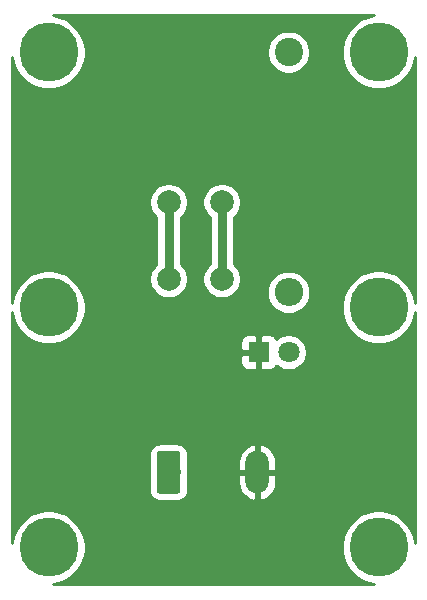
<source format=gbr>
G04 #@! TF.GenerationSoftware,KiCad,Pcbnew,5.1.1-8be2ce7~80~ubuntu18.04.1*
G04 #@! TF.CreationDate,2019-04-20T17:41:40+02:00*
G04 #@! TF.ProjectId,EH19,45483139-2e6b-4696-9361-645f70636258,rev?*
G04 #@! TF.SameCoordinates,Original*
G04 #@! TF.FileFunction,Copper,L1,Top*
G04 #@! TF.FilePolarity,Positive*
%FSLAX46Y46*%
G04 Gerber Fmt 4.6, Leading zero omitted, Abs format (unit mm)*
G04 Created by KiCad (PCBNEW 5.1.1-8be2ce7~80~ubuntu18.04.1) date 2019-04-20 17:41:40*
%MOMM*%
%LPD*%
G04 APERTURE LIST*
%ADD10C,5.000000*%
%ADD11C,2.000000*%
%ADD12O,2.400000X2.400000*%
%ADD13C,2.400000*%
%ADD14O,2.000000X3.600000*%
%ADD15C,0.100000*%
%ADD16C,1.800000*%
%ADD17R,1.800000X1.800000*%
%ADD18C,0.800000*%
%ADD19C,0.254000*%
G04 APERTURE END LIST*
D10*
X135890000Y-90170000D03*
X163830000Y-90170000D03*
X135890000Y-68580000D03*
X163830000Y-68580000D03*
X163830000Y-110490000D03*
X135890000Y-110490000D03*
D11*
X146050000Y-81280000D03*
X150550000Y-81280000D03*
X146050000Y-87780000D03*
X150550000Y-87780000D03*
D12*
X156210000Y-88900000D03*
D13*
X156210000Y-68580000D03*
D14*
X153550000Y-104140000D03*
D15*
G36*
X146824504Y-102341204D02*
G01*
X146848773Y-102344804D01*
X146872571Y-102350765D01*
X146895671Y-102359030D01*
X146917849Y-102369520D01*
X146938893Y-102382133D01*
X146958598Y-102396747D01*
X146976777Y-102413223D01*
X146993253Y-102431402D01*
X147007867Y-102451107D01*
X147020480Y-102472151D01*
X147030970Y-102494329D01*
X147039235Y-102517429D01*
X147045196Y-102541227D01*
X147048796Y-102565496D01*
X147050000Y-102590000D01*
X147050000Y-105690000D01*
X147048796Y-105714504D01*
X147045196Y-105738773D01*
X147039235Y-105762571D01*
X147030970Y-105785671D01*
X147020480Y-105807849D01*
X147007867Y-105828893D01*
X146993253Y-105848598D01*
X146976777Y-105866777D01*
X146958598Y-105883253D01*
X146938893Y-105897867D01*
X146917849Y-105910480D01*
X146895671Y-105920970D01*
X146872571Y-105929235D01*
X146848773Y-105935196D01*
X146824504Y-105938796D01*
X146800000Y-105940000D01*
X145300000Y-105940000D01*
X145275496Y-105938796D01*
X145251227Y-105935196D01*
X145227429Y-105929235D01*
X145204329Y-105920970D01*
X145182151Y-105910480D01*
X145161107Y-105897867D01*
X145141402Y-105883253D01*
X145123223Y-105866777D01*
X145106747Y-105848598D01*
X145092133Y-105828893D01*
X145079520Y-105807849D01*
X145069030Y-105785671D01*
X145060765Y-105762571D01*
X145054804Y-105738773D01*
X145051204Y-105714504D01*
X145050000Y-105690000D01*
X145050000Y-102590000D01*
X145051204Y-102565496D01*
X145054804Y-102541227D01*
X145060765Y-102517429D01*
X145069030Y-102494329D01*
X145079520Y-102472151D01*
X145092133Y-102451107D01*
X145106747Y-102431402D01*
X145123223Y-102413223D01*
X145141402Y-102396747D01*
X145161107Y-102382133D01*
X145182151Y-102369520D01*
X145204329Y-102359030D01*
X145227429Y-102350765D01*
X145251227Y-102344804D01*
X145275496Y-102341204D01*
X145300000Y-102340000D01*
X146800000Y-102340000D01*
X146824504Y-102341204D01*
X146824504Y-102341204D01*
G37*
D11*
X146050000Y-104140000D03*
D16*
X156210000Y-93980000D03*
D17*
X153670000Y-93980000D03*
D18*
X146050000Y-81280000D02*
X146050000Y-87780000D01*
X150550000Y-81280000D02*
X150550000Y-87780000D01*
D19*
G36*
X162915554Y-65565476D02*
G01*
X162345021Y-65801799D01*
X161831554Y-66144886D01*
X161394886Y-66581554D01*
X161051799Y-67095021D01*
X160815476Y-67665554D01*
X160695000Y-68271229D01*
X160695000Y-68888771D01*
X160815476Y-69494446D01*
X161051799Y-70064979D01*
X161394886Y-70578446D01*
X161831554Y-71015114D01*
X162345021Y-71358201D01*
X162915554Y-71594524D01*
X163521229Y-71715000D01*
X164138771Y-71715000D01*
X164744446Y-71594524D01*
X165314979Y-71358201D01*
X165828446Y-71015114D01*
X166265114Y-70578446D01*
X166608201Y-70064979D01*
X166844524Y-69494446D01*
X166955000Y-68939044D01*
X166955001Y-89810956D01*
X166844524Y-89255554D01*
X166608201Y-88685021D01*
X166265114Y-88171554D01*
X165828446Y-87734886D01*
X165314979Y-87391799D01*
X164744446Y-87155476D01*
X164138771Y-87035000D01*
X163521229Y-87035000D01*
X162915554Y-87155476D01*
X162345021Y-87391799D01*
X161831554Y-87734886D01*
X161394886Y-88171554D01*
X161051799Y-88685021D01*
X160815476Y-89255554D01*
X160695000Y-89861229D01*
X160695000Y-90478771D01*
X160815476Y-91084446D01*
X161051799Y-91654979D01*
X161394886Y-92168446D01*
X161831554Y-92605114D01*
X162345021Y-92948201D01*
X162915554Y-93184524D01*
X163521229Y-93305000D01*
X164138771Y-93305000D01*
X164744446Y-93184524D01*
X165314979Y-92948201D01*
X165828446Y-92605114D01*
X166265114Y-92168446D01*
X166608201Y-91654979D01*
X166844524Y-91084446D01*
X166955001Y-90529044D01*
X166955001Y-110130960D01*
X166844524Y-109575554D01*
X166608201Y-109005021D01*
X166265114Y-108491554D01*
X165828446Y-108054886D01*
X165314979Y-107711799D01*
X164744446Y-107475476D01*
X164138771Y-107355000D01*
X163521229Y-107355000D01*
X162915554Y-107475476D01*
X162345021Y-107711799D01*
X161831554Y-108054886D01*
X161394886Y-108491554D01*
X161051799Y-109005021D01*
X160815476Y-109575554D01*
X160695000Y-110181229D01*
X160695000Y-110798771D01*
X160815476Y-111404446D01*
X161051799Y-111974979D01*
X161394886Y-112488446D01*
X161831554Y-112925114D01*
X162345021Y-113268201D01*
X162915554Y-113504524D01*
X163470956Y-113615000D01*
X136249044Y-113615000D01*
X136804446Y-113504524D01*
X137374979Y-113268201D01*
X137888446Y-112925114D01*
X138325114Y-112488446D01*
X138668201Y-111974979D01*
X138904524Y-111404446D01*
X139025000Y-110798771D01*
X139025000Y-110181229D01*
X138904524Y-109575554D01*
X138668201Y-109005021D01*
X138325114Y-108491554D01*
X137888446Y-108054886D01*
X137374979Y-107711799D01*
X136804446Y-107475476D01*
X136198771Y-107355000D01*
X135581229Y-107355000D01*
X134975554Y-107475476D01*
X134405021Y-107711799D01*
X133891554Y-108054886D01*
X133454886Y-108491554D01*
X133111799Y-109005021D01*
X132875476Y-109575554D01*
X132765000Y-110130956D01*
X132765000Y-102590000D01*
X144411928Y-102590000D01*
X144411928Y-105690000D01*
X144428992Y-105863254D01*
X144479528Y-106029850D01*
X144561595Y-106183386D01*
X144672038Y-106317962D01*
X144806614Y-106428405D01*
X144960150Y-106510472D01*
X145126746Y-106561008D01*
X145300000Y-106578072D01*
X146800000Y-106578072D01*
X146973254Y-106561008D01*
X147139850Y-106510472D01*
X147293386Y-106428405D01*
X147427962Y-106317962D01*
X147538405Y-106183386D01*
X147620472Y-106029850D01*
X147671008Y-105863254D01*
X147688072Y-105690000D01*
X147688072Y-104267000D01*
X151915000Y-104267000D01*
X151915000Y-105067000D01*
X151971193Y-105383532D01*
X152088058Y-105683020D01*
X152261105Y-105953954D01*
X152483683Y-106185922D01*
X152747239Y-106370010D01*
X153041645Y-106499144D01*
X153169566Y-106530124D01*
X153423000Y-106410777D01*
X153423000Y-104267000D01*
X153677000Y-104267000D01*
X153677000Y-106410777D01*
X153930434Y-106530124D01*
X154058355Y-106499144D01*
X154352761Y-106370010D01*
X154616317Y-106185922D01*
X154838895Y-105953954D01*
X155011942Y-105683020D01*
X155128807Y-105383532D01*
X155185000Y-105067000D01*
X155185000Y-104267000D01*
X153677000Y-104267000D01*
X153423000Y-104267000D01*
X151915000Y-104267000D01*
X147688072Y-104267000D01*
X147688072Y-103213000D01*
X151915000Y-103213000D01*
X151915000Y-104013000D01*
X153423000Y-104013000D01*
X153423000Y-101869223D01*
X153677000Y-101869223D01*
X153677000Y-104013000D01*
X155185000Y-104013000D01*
X155185000Y-103213000D01*
X155128807Y-102896468D01*
X155011942Y-102596980D01*
X154838895Y-102326046D01*
X154616317Y-102094078D01*
X154352761Y-101909990D01*
X154058355Y-101780856D01*
X153930434Y-101749876D01*
X153677000Y-101869223D01*
X153423000Y-101869223D01*
X153169566Y-101749876D01*
X153041645Y-101780856D01*
X152747239Y-101909990D01*
X152483683Y-102094078D01*
X152261105Y-102326046D01*
X152088058Y-102596980D01*
X151971193Y-102896468D01*
X151915000Y-103213000D01*
X147688072Y-103213000D01*
X147688072Y-102590000D01*
X147671008Y-102416746D01*
X147620472Y-102250150D01*
X147538405Y-102096614D01*
X147427962Y-101962038D01*
X147293386Y-101851595D01*
X147139850Y-101769528D01*
X146973254Y-101718992D01*
X146800000Y-101701928D01*
X145300000Y-101701928D01*
X145126746Y-101718992D01*
X144960150Y-101769528D01*
X144806614Y-101851595D01*
X144672038Y-101962038D01*
X144561595Y-102096614D01*
X144479528Y-102250150D01*
X144428992Y-102416746D01*
X144411928Y-102590000D01*
X132765000Y-102590000D01*
X132765000Y-94880000D01*
X152131928Y-94880000D01*
X152144188Y-95004482D01*
X152180498Y-95124180D01*
X152239463Y-95234494D01*
X152318815Y-95331185D01*
X152415506Y-95410537D01*
X152525820Y-95469502D01*
X152645518Y-95505812D01*
X152770000Y-95518072D01*
X153384250Y-95515000D01*
X153543000Y-95356250D01*
X153543000Y-94107000D01*
X152293750Y-94107000D01*
X152135000Y-94265750D01*
X152131928Y-94880000D01*
X132765000Y-94880000D01*
X132765000Y-90529044D01*
X132875476Y-91084446D01*
X133111799Y-91654979D01*
X133454886Y-92168446D01*
X133891554Y-92605114D01*
X134405021Y-92948201D01*
X134975554Y-93184524D01*
X135581229Y-93305000D01*
X136198771Y-93305000D01*
X136804446Y-93184524D01*
X137056788Y-93080000D01*
X152131928Y-93080000D01*
X152135000Y-93694250D01*
X152293750Y-93853000D01*
X153543000Y-93853000D01*
X153543000Y-92603750D01*
X153797000Y-92603750D01*
X153797000Y-93853000D01*
X153817000Y-93853000D01*
X153817000Y-94107000D01*
X153797000Y-94107000D01*
X153797000Y-95356250D01*
X153955750Y-95515000D01*
X154570000Y-95518072D01*
X154694482Y-95505812D01*
X154814180Y-95469502D01*
X154924494Y-95410537D01*
X155021185Y-95331185D01*
X155100537Y-95234494D01*
X155159502Y-95124180D01*
X155165056Y-95105873D01*
X155231495Y-95172312D01*
X155482905Y-95340299D01*
X155762257Y-95456011D01*
X156058816Y-95515000D01*
X156361184Y-95515000D01*
X156657743Y-95456011D01*
X156937095Y-95340299D01*
X157188505Y-95172312D01*
X157402312Y-94958505D01*
X157570299Y-94707095D01*
X157686011Y-94427743D01*
X157745000Y-94131184D01*
X157745000Y-93828816D01*
X157686011Y-93532257D01*
X157570299Y-93252905D01*
X157402312Y-93001495D01*
X157188505Y-92787688D01*
X156937095Y-92619701D01*
X156657743Y-92503989D01*
X156361184Y-92445000D01*
X156058816Y-92445000D01*
X155762257Y-92503989D01*
X155482905Y-92619701D01*
X155231495Y-92787688D01*
X155165056Y-92854127D01*
X155159502Y-92835820D01*
X155100537Y-92725506D01*
X155021185Y-92628815D01*
X154924494Y-92549463D01*
X154814180Y-92490498D01*
X154694482Y-92454188D01*
X154570000Y-92441928D01*
X153955750Y-92445000D01*
X153797000Y-92603750D01*
X153543000Y-92603750D01*
X153384250Y-92445000D01*
X152770000Y-92441928D01*
X152645518Y-92454188D01*
X152525820Y-92490498D01*
X152415506Y-92549463D01*
X152318815Y-92628815D01*
X152239463Y-92725506D01*
X152180498Y-92835820D01*
X152144188Y-92955518D01*
X152131928Y-93080000D01*
X137056788Y-93080000D01*
X137374979Y-92948201D01*
X137888446Y-92605114D01*
X138325114Y-92168446D01*
X138668201Y-91654979D01*
X138904524Y-91084446D01*
X139025000Y-90478771D01*
X139025000Y-89861229D01*
X138904524Y-89255554D01*
X138668201Y-88685021D01*
X138325114Y-88171554D01*
X137888446Y-87734886D01*
X137374979Y-87391799D01*
X136804446Y-87155476D01*
X136198771Y-87035000D01*
X135581229Y-87035000D01*
X134975554Y-87155476D01*
X134405021Y-87391799D01*
X133891554Y-87734886D01*
X133454886Y-88171554D01*
X133111799Y-88685021D01*
X132875476Y-89255554D01*
X132765000Y-89810956D01*
X132765000Y-81118967D01*
X144415000Y-81118967D01*
X144415000Y-81441033D01*
X144477832Y-81756912D01*
X144601082Y-82054463D01*
X144780013Y-82322252D01*
X145007748Y-82549987D01*
X145015000Y-82554833D01*
X145015001Y-86505167D01*
X145007748Y-86510013D01*
X144780013Y-86737748D01*
X144601082Y-87005537D01*
X144477832Y-87303088D01*
X144415000Y-87618967D01*
X144415000Y-87941033D01*
X144477832Y-88256912D01*
X144601082Y-88554463D01*
X144780013Y-88822252D01*
X145007748Y-89049987D01*
X145275537Y-89228918D01*
X145573088Y-89352168D01*
X145888967Y-89415000D01*
X146211033Y-89415000D01*
X146526912Y-89352168D01*
X146824463Y-89228918D01*
X147092252Y-89049987D01*
X147319987Y-88822252D01*
X147498918Y-88554463D01*
X147622168Y-88256912D01*
X147685000Y-87941033D01*
X147685000Y-87618967D01*
X147622168Y-87303088D01*
X147498918Y-87005537D01*
X147319987Y-86737748D01*
X147092252Y-86510013D01*
X147085000Y-86505167D01*
X147085000Y-82554833D01*
X147092252Y-82549987D01*
X147319987Y-82322252D01*
X147498918Y-82054463D01*
X147622168Y-81756912D01*
X147685000Y-81441033D01*
X147685000Y-81118967D01*
X148915000Y-81118967D01*
X148915000Y-81441033D01*
X148977832Y-81756912D01*
X149101082Y-82054463D01*
X149280013Y-82322252D01*
X149507748Y-82549987D01*
X149515000Y-82554833D01*
X149515001Y-86505167D01*
X149507748Y-86510013D01*
X149280013Y-86737748D01*
X149101082Y-87005537D01*
X148977832Y-87303088D01*
X148915000Y-87618967D01*
X148915000Y-87941033D01*
X148977832Y-88256912D01*
X149101082Y-88554463D01*
X149280013Y-88822252D01*
X149507748Y-89049987D01*
X149775537Y-89228918D01*
X150073088Y-89352168D01*
X150388967Y-89415000D01*
X150711033Y-89415000D01*
X151026912Y-89352168D01*
X151324463Y-89228918D01*
X151592252Y-89049987D01*
X151742239Y-88900000D01*
X154366122Y-88900000D01*
X154401552Y-89259723D01*
X154506479Y-89605622D01*
X154676871Y-89924404D01*
X154906181Y-90203819D01*
X155185596Y-90433129D01*
X155504378Y-90603521D01*
X155850277Y-90708448D01*
X156119861Y-90735000D01*
X156300139Y-90735000D01*
X156569723Y-90708448D01*
X156915622Y-90603521D01*
X157234404Y-90433129D01*
X157513819Y-90203819D01*
X157743129Y-89924404D01*
X157913521Y-89605622D01*
X158018448Y-89259723D01*
X158053878Y-88900000D01*
X158018448Y-88540277D01*
X157913521Y-88194378D01*
X157743129Y-87875596D01*
X157513819Y-87596181D01*
X157234404Y-87366871D01*
X156915622Y-87196479D01*
X156569723Y-87091552D01*
X156300139Y-87065000D01*
X156119861Y-87065000D01*
X155850277Y-87091552D01*
X155504378Y-87196479D01*
X155185596Y-87366871D01*
X154906181Y-87596181D01*
X154676871Y-87875596D01*
X154506479Y-88194378D01*
X154401552Y-88540277D01*
X154366122Y-88900000D01*
X151742239Y-88900000D01*
X151819987Y-88822252D01*
X151998918Y-88554463D01*
X152122168Y-88256912D01*
X152185000Y-87941033D01*
X152185000Y-87618967D01*
X152122168Y-87303088D01*
X151998918Y-87005537D01*
X151819987Y-86737748D01*
X151592252Y-86510013D01*
X151585000Y-86505167D01*
X151585000Y-82554833D01*
X151592252Y-82549987D01*
X151819987Y-82322252D01*
X151998918Y-82054463D01*
X152122168Y-81756912D01*
X152185000Y-81441033D01*
X152185000Y-81118967D01*
X152122168Y-80803088D01*
X151998918Y-80505537D01*
X151819987Y-80237748D01*
X151592252Y-80010013D01*
X151324463Y-79831082D01*
X151026912Y-79707832D01*
X150711033Y-79645000D01*
X150388967Y-79645000D01*
X150073088Y-79707832D01*
X149775537Y-79831082D01*
X149507748Y-80010013D01*
X149280013Y-80237748D01*
X149101082Y-80505537D01*
X148977832Y-80803088D01*
X148915000Y-81118967D01*
X147685000Y-81118967D01*
X147622168Y-80803088D01*
X147498918Y-80505537D01*
X147319987Y-80237748D01*
X147092252Y-80010013D01*
X146824463Y-79831082D01*
X146526912Y-79707832D01*
X146211033Y-79645000D01*
X145888967Y-79645000D01*
X145573088Y-79707832D01*
X145275537Y-79831082D01*
X145007748Y-80010013D01*
X144780013Y-80237748D01*
X144601082Y-80505537D01*
X144477832Y-80803088D01*
X144415000Y-81118967D01*
X132765000Y-81118967D01*
X132765000Y-68939044D01*
X132875476Y-69494446D01*
X133111799Y-70064979D01*
X133454886Y-70578446D01*
X133891554Y-71015114D01*
X134405021Y-71358201D01*
X134975554Y-71594524D01*
X135581229Y-71715000D01*
X136198771Y-71715000D01*
X136804446Y-71594524D01*
X137374979Y-71358201D01*
X137888446Y-71015114D01*
X138325114Y-70578446D01*
X138668201Y-70064979D01*
X138904524Y-69494446D01*
X139025000Y-68888771D01*
X139025000Y-68399268D01*
X154375000Y-68399268D01*
X154375000Y-68760732D01*
X154445518Y-69115250D01*
X154583844Y-69449199D01*
X154784662Y-69749744D01*
X155040256Y-70005338D01*
X155340801Y-70206156D01*
X155674750Y-70344482D01*
X156029268Y-70415000D01*
X156390732Y-70415000D01*
X156745250Y-70344482D01*
X157079199Y-70206156D01*
X157379744Y-70005338D01*
X157635338Y-69749744D01*
X157836156Y-69449199D01*
X157974482Y-69115250D01*
X158045000Y-68760732D01*
X158045000Y-68399268D01*
X157974482Y-68044750D01*
X157836156Y-67710801D01*
X157635338Y-67410256D01*
X157379744Y-67154662D01*
X157079199Y-66953844D01*
X156745250Y-66815518D01*
X156390732Y-66745000D01*
X156029268Y-66745000D01*
X155674750Y-66815518D01*
X155340801Y-66953844D01*
X155040256Y-67154662D01*
X154784662Y-67410256D01*
X154583844Y-67710801D01*
X154445518Y-68044750D01*
X154375000Y-68399268D01*
X139025000Y-68399268D01*
X139025000Y-68271229D01*
X138904524Y-67665554D01*
X138668201Y-67095021D01*
X138325114Y-66581554D01*
X137888446Y-66144886D01*
X137374979Y-65801799D01*
X136804446Y-65565476D01*
X136249044Y-65455000D01*
X163470956Y-65455000D01*
X162915554Y-65565476D01*
X162915554Y-65565476D01*
G37*
X162915554Y-65565476D02*
X162345021Y-65801799D01*
X161831554Y-66144886D01*
X161394886Y-66581554D01*
X161051799Y-67095021D01*
X160815476Y-67665554D01*
X160695000Y-68271229D01*
X160695000Y-68888771D01*
X160815476Y-69494446D01*
X161051799Y-70064979D01*
X161394886Y-70578446D01*
X161831554Y-71015114D01*
X162345021Y-71358201D01*
X162915554Y-71594524D01*
X163521229Y-71715000D01*
X164138771Y-71715000D01*
X164744446Y-71594524D01*
X165314979Y-71358201D01*
X165828446Y-71015114D01*
X166265114Y-70578446D01*
X166608201Y-70064979D01*
X166844524Y-69494446D01*
X166955000Y-68939044D01*
X166955001Y-89810956D01*
X166844524Y-89255554D01*
X166608201Y-88685021D01*
X166265114Y-88171554D01*
X165828446Y-87734886D01*
X165314979Y-87391799D01*
X164744446Y-87155476D01*
X164138771Y-87035000D01*
X163521229Y-87035000D01*
X162915554Y-87155476D01*
X162345021Y-87391799D01*
X161831554Y-87734886D01*
X161394886Y-88171554D01*
X161051799Y-88685021D01*
X160815476Y-89255554D01*
X160695000Y-89861229D01*
X160695000Y-90478771D01*
X160815476Y-91084446D01*
X161051799Y-91654979D01*
X161394886Y-92168446D01*
X161831554Y-92605114D01*
X162345021Y-92948201D01*
X162915554Y-93184524D01*
X163521229Y-93305000D01*
X164138771Y-93305000D01*
X164744446Y-93184524D01*
X165314979Y-92948201D01*
X165828446Y-92605114D01*
X166265114Y-92168446D01*
X166608201Y-91654979D01*
X166844524Y-91084446D01*
X166955001Y-90529044D01*
X166955001Y-110130960D01*
X166844524Y-109575554D01*
X166608201Y-109005021D01*
X166265114Y-108491554D01*
X165828446Y-108054886D01*
X165314979Y-107711799D01*
X164744446Y-107475476D01*
X164138771Y-107355000D01*
X163521229Y-107355000D01*
X162915554Y-107475476D01*
X162345021Y-107711799D01*
X161831554Y-108054886D01*
X161394886Y-108491554D01*
X161051799Y-109005021D01*
X160815476Y-109575554D01*
X160695000Y-110181229D01*
X160695000Y-110798771D01*
X160815476Y-111404446D01*
X161051799Y-111974979D01*
X161394886Y-112488446D01*
X161831554Y-112925114D01*
X162345021Y-113268201D01*
X162915554Y-113504524D01*
X163470956Y-113615000D01*
X136249044Y-113615000D01*
X136804446Y-113504524D01*
X137374979Y-113268201D01*
X137888446Y-112925114D01*
X138325114Y-112488446D01*
X138668201Y-111974979D01*
X138904524Y-111404446D01*
X139025000Y-110798771D01*
X139025000Y-110181229D01*
X138904524Y-109575554D01*
X138668201Y-109005021D01*
X138325114Y-108491554D01*
X137888446Y-108054886D01*
X137374979Y-107711799D01*
X136804446Y-107475476D01*
X136198771Y-107355000D01*
X135581229Y-107355000D01*
X134975554Y-107475476D01*
X134405021Y-107711799D01*
X133891554Y-108054886D01*
X133454886Y-108491554D01*
X133111799Y-109005021D01*
X132875476Y-109575554D01*
X132765000Y-110130956D01*
X132765000Y-102590000D01*
X144411928Y-102590000D01*
X144411928Y-105690000D01*
X144428992Y-105863254D01*
X144479528Y-106029850D01*
X144561595Y-106183386D01*
X144672038Y-106317962D01*
X144806614Y-106428405D01*
X144960150Y-106510472D01*
X145126746Y-106561008D01*
X145300000Y-106578072D01*
X146800000Y-106578072D01*
X146973254Y-106561008D01*
X147139850Y-106510472D01*
X147293386Y-106428405D01*
X147427962Y-106317962D01*
X147538405Y-106183386D01*
X147620472Y-106029850D01*
X147671008Y-105863254D01*
X147688072Y-105690000D01*
X147688072Y-104267000D01*
X151915000Y-104267000D01*
X151915000Y-105067000D01*
X151971193Y-105383532D01*
X152088058Y-105683020D01*
X152261105Y-105953954D01*
X152483683Y-106185922D01*
X152747239Y-106370010D01*
X153041645Y-106499144D01*
X153169566Y-106530124D01*
X153423000Y-106410777D01*
X153423000Y-104267000D01*
X153677000Y-104267000D01*
X153677000Y-106410777D01*
X153930434Y-106530124D01*
X154058355Y-106499144D01*
X154352761Y-106370010D01*
X154616317Y-106185922D01*
X154838895Y-105953954D01*
X155011942Y-105683020D01*
X155128807Y-105383532D01*
X155185000Y-105067000D01*
X155185000Y-104267000D01*
X153677000Y-104267000D01*
X153423000Y-104267000D01*
X151915000Y-104267000D01*
X147688072Y-104267000D01*
X147688072Y-103213000D01*
X151915000Y-103213000D01*
X151915000Y-104013000D01*
X153423000Y-104013000D01*
X153423000Y-101869223D01*
X153677000Y-101869223D01*
X153677000Y-104013000D01*
X155185000Y-104013000D01*
X155185000Y-103213000D01*
X155128807Y-102896468D01*
X155011942Y-102596980D01*
X154838895Y-102326046D01*
X154616317Y-102094078D01*
X154352761Y-101909990D01*
X154058355Y-101780856D01*
X153930434Y-101749876D01*
X153677000Y-101869223D01*
X153423000Y-101869223D01*
X153169566Y-101749876D01*
X153041645Y-101780856D01*
X152747239Y-101909990D01*
X152483683Y-102094078D01*
X152261105Y-102326046D01*
X152088058Y-102596980D01*
X151971193Y-102896468D01*
X151915000Y-103213000D01*
X147688072Y-103213000D01*
X147688072Y-102590000D01*
X147671008Y-102416746D01*
X147620472Y-102250150D01*
X147538405Y-102096614D01*
X147427962Y-101962038D01*
X147293386Y-101851595D01*
X147139850Y-101769528D01*
X146973254Y-101718992D01*
X146800000Y-101701928D01*
X145300000Y-101701928D01*
X145126746Y-101718992D01*
X144960150Y-101769528D01*
X144806614Y-101851595D01*
X144672038Y-101962038D01*
X144561595Y-102096614D01*
X144479528Y-102250150D01*
X144428992Y-102416746D01*
X144411928Y-102590000D01*
X132765000Y-102590000D01*
X132765000Y-94880000D01*
X152131928Y-94880000D01*
X152144188Y-95004482D01*
X152180498Y-95124180D01*
X152239463Y-95234494D01*
X152318815Y-95331185D01*
X152415506Y-95410537D01*
X152525820Y-95469502D01*
X152645518Y-95505812D01*
X152770000Y-95518072D01*
X153384250Y-95515000D01*
X153543000Y-95356250D01*
X153543000Y-94107000D01*
X152293750Y-94107000D01*
X152135000Y-94265750D01*
X152131928Y-94880000D01*
X132765000Y-94880000D01*
X132765000Y-90529044D01*
X132875476Y-91084446D01*
X133111799Y-91654979D01*
X133454886Y-92168446D01*
X133891554Y-92605114D01*
X134405021Y-92948201D01*
X134975554Y-93184524D01*
X135581229Y-93305000D01*
X136198771Y-93305000D01*
X136804446Y-93184524D01*
X137056788Y-93080000D01*
X152131928Y-93080000D01*
X152135000Y-93694250D01*
X152293750Y-93853000D01*
X153543000Y-93853000D01*
X153543000Y-92603750D01*
X153797000Y-92603750D01*
X153797000Y-93853000D01*
X153817000Y-93853000D01*
X153817000Y-94107000D01*
X153797000Y-94107000D01*
X153797000Y-95356250D01*
X153955750Y-95515000D01*
X154570000Y-95518072D01*
X154694482Y-95505812D01*
X154814180Y-95469502D01*
X154924494Y-95410537D01*
X155021185Y-95331185D01*
X155100537Y-95234494D01*
X155159502Y-95124180D01*
X155165056Y-95105873D01*
X155231495Y-95172312D01*
X155482905Y-95340299D01*
X155762257Y-95456011D01*
X156058816Y-95515000D01*
X156361184Y-95515000D01*
X156657743Y-95456011D01*
X156937095Y-95340299D01*
X157188505Y-95172312D01*
X157402312Y-94958505D01*
X157570299Y-94707095D01*
X157686011Y-94427743D01*
X157745000Y-94131184D01*
X157745000Y-93828816D01*
X157686011Y-93532257D01*
X157570299Y-93252905D01*
X157402312Y-93001495D01*
X157188505Y-92787688D01*
X156937095Y-92619701D01*
X156657743Y-92503989D01*
X156361184Y-92445000D01*
X156058816Y-92445000D01*
X155762257Y-92503989D01*
X155482905Y-92619701D01*
X155231495Y-92787688D01*
X155165056Y-92854127D01*
X155159502Y-92835820D01*
X155100537Y-92725506D01*
X155021185Y-92628815D01*
X154924494Y-92549463D01*
X154814180Y-92490498D01*
X154694482Y-92454188D01*
X154570000Y-92441928D01*
X153955750Y-92445000D01*
X153797000Y-92603750D01*
X153543000Y-92603750D01*
X153384250Y-92445000D01*
X152770000Y-92441928D01*
X152645518Y-92454188D01*
X152525820Y-92490498D01*
X152415506Y-92549463D01*
X152318815Y-92628815D01*
X152239463Y-92725506D01*
X152180498Y-92835820D01*
X152144188Y-92955518D01*
X152131928Y-93080000D01*
X137056788Y-93080000D01*
X137374979Y-92948201D01*
X137888446Y-92605114D01*
X138325114Y-92168446D01*
X138668201Y-91654979D01*
X138904524Y-91084446D01*
X139025000Y-90478771D01*
X139025000Y-89861229D01*
X138904524Y-89255554D01*
X138668201Y-88685021D01*
X138325114Y-88171554D01*
X137888446Y-87734886D01*
X137374979Y-87391799D01*
X136804446Y-87155476D01*
X136198771Y-87035000D01*
X135581229Y-87035000D01*
X134975554Y-87155476D01*
X134405021Y-87391799D01*
X133891554Y-87734886D01*
X133454886Y-88171554D01*
X133111799Y-88685021D01*
X132875476Y-89255554D01*
X132765000Y-89810956D01*
X132765000Y-81118967D01*
X144415000Y-81118967D01*
X144415000Y-81441033D01*
X144477832Y-81756912D01*
X144601082Y-82054463D01*
X144780013Y-82322252D01*
X145007748Y-82549987D01*
X145015000Y-82554833D01*
X145015001Y-86505167D01*
X145007748Y-86510013D01*
X144780013Y-86737748D01*
X144601082Y-87005537D01*
X144477832Y-87303088D01*
X144415000Y-87618967D01*
X144415000Y-87941033D01*
X144477832Y-88256912D01*
X144601082Y-88554463D01*
X144780013Y-88822252D01*
X145007748Y-89049987D01*
X145275537Y-89228918D01*
X145573088Y-89352168D01*
X145888967Y-89415000D01*
X146211033Y-89415000D01*
X146526912Y-89352168D01*
X146824463Y-89228918D01*
X147092252Y-89049987D01*
X147319987Y-88822252D01*
X147498918Y-88554463D01*
X147622168Y-88256912D01*
X147685000Y-87941033D01*
X147685000Y-87618967D01*
X147622168Y-87303088D01*
X147498918Y-87005537D01*
X147319987Y-86737748D01*
X147092252Y-86510013D01*
X147085000Y-86505167D01*
X147085000Y-82554833D01*
X147092252Y-82549987D01*
X147319987Y-82322252D01*
X147498918Y-82054463D01*
X147622168Y-81756912D01*
X147685000Y-81441033D01*
X147685000Y-81118967D01*
X148915000Y-81118967D01*
X148915000Y-81441033D01*
X148977832Y-81756912D01*
X149101082Y-82054463D01*
X149280013Y-82322252D01*
X149507748Y-82549987D01*
X149515000Y-82554833D01*
X149515001Y-86505167D01*
X149507748Y-86510013D01*
X149280013Y-86737748D01*
X149101082Y-87005537D01*
X148977832Y-87303088D01*
X148915000Y-87618967D01*
X148915000Y-87941033D01*
X148977832Y-88256912D01*
X149101082Y-88554463D01*
X149280013Y-88822252D01*
X149507748Y-89049987D01*
X149775537Y-89228918D01*
X150073088Y-89352168D01*
X150388967Y-89415000D01*
X150711033Y-89415000D01*
X151026912Y-89352168D01*
X151324463Y-89228918D01*
X151592252Y-89049987D01*
X151742239Y-88900000D01*
X154366122Y-88900000D01*
X154401552Y-89259723D01*
X154506479Y-89605622D01*
X154676871Y-89924404D01*
X154906181Y-90203819D01*
X155185596Y-90433129D01*
X155504378Y-90603521D01*
X155850277Y-90708448D01*
X156119861Y-90735000D01*
X156300139Y-90735000D01*
X156569723Y-90708448D01*
X156915622Y-90603521D01*
X157234404Y-90433129D01*
X157513819Y-90203819D01*
X157743129Y-89924404D01*
X157913521Y-89605622D01*
X158018448Y-89259723D01*
X158053878Y-88900000D01*
X158018448Y-88540277D01*
X157913521Y-88194378D01*
X157743129Y-87875596D01*
X157513819Y-87596181D01*
X157234404Y-87366871D01*
X156915622Y-87196479D01*
X156569723Y-87091552D01*
X156300139Y-87065000D01*
X156119861Y-87065000D01*
X155850277Y-87091552D01*
X155504378Y-87196479D01*
X155185596Y-87366871D01*
X154906181Y-87596181D01*
X154676871Y-87875596D01*
X154506479Y-88194378D01*
X154401552Y-88540277D01*
X154366122Y-88900000D01*
X151742239Y-88900000D01*
X151819987Y-88822252D01*
X151998918Y-88554463D01*
X152122168Y-88256912D01*
X152185000Y-87941033D01*
X152185000Y-87618967D01*
X152122168Y-87303088D01*
X151998918Y-87005537D01*
X151819987Y-86737748D01*
X151592252Y-86510013D01*
X151585000Y-86505167D01*
X151585000Y-82554833D01*
X151592252Y-82549987D01*
X151819987Y-82322252D01*
X151998918Y-82054463D01*
X152122168Y-81756912D01*
X152185000Y-81441033D01*
X152185000Y-81118967D01*
X152122168Y-80803088D01*
X151998918Y-80505537D01*
X151819987Y-80237748D01*
X151592252Y-80010013D01*
X151324463Y-79831082D01*
X151026912Y-79707832D01*
X150711033Y-79645000D01*
X150388967Y-79645000D01*
X150073088Y-79707832D01*
X149775537Y-79831082D01*
X149507748Y-80010013D01*
X149280013Y-80237748D01*
X149101082Y-80505537D01*
X148977832Y-80803088D01*
X148915000Y-81118967D01*
X147685000Y-81118967D01*
X147622168Y-80803088D01*
X147498918Y-80505537D01*
X147319987Y-80237748D01*
X147092252Y-80010013D01*
X146824463Y-79831082D01*
X146526912Y-79707832D01*
X146211033Y-79645000D01*
X145888967Y-79645000D01*
X145573088Y-79707832D01*
X145275537Y-79831082D01*
X145007748Y-80010013D01*
X144780013Y-80237748D01*
X144601082Y-80505537D01*
X144477832Y-80803088D01*
X144415000Y-81118967D01*
X132765000Y-81118967D01*
X132765000Y-68939044D01*
X132875476Y-69494446D01*
X133111799Y-70064979D01*
X133454886Y-70578446D01*
X133891554Y-71015114D01*
X134405021Y-71358201D01*
X134975554Y-71594524D01*
X135581229Y-71715000D01*
X136198771Y-71715000D01*
X136804446Y-71594524D01*
X137374979Y-71358201D01*
X137888446Y-71015114D01*
X138325114Y-70578446D01*
X138668201Y-70064979D01*
X138904524Y-69494446D01*
X139025000Y-68888771D01*
X139025000Y-68399268D01*
X154375000Y-68399268D01*
X154375000Y-68760732D01*
X154445518Y-69115250D01*
X154583844Y-69449199D01*
X154784662Y-69749744D01*
X155040256Y-70005338D01*
X155340801Y-70206156D01*
X155674750Y-70344482D01*
X156029268Y-70415000D01*
X156390732Y-70415000D01*
X156745250Y-70344482D01*
X157079199Y-70206156D01*
X157379744Y-70005338D01*
X157635338Y-69749744D01*
X157836156Y-69449199D01*
X157974482Y-69115250D01*
X158045000Y-68760732D01*
X158045000Y-68399268D01*
X157974482Y-68044750D01*
X157836156Y-67710801D01*
X157635338Y-67410256D01*
X157379744Y-67154662D01*
X157079199Y-66953844D01*
X156745250Y-66815518D01*
X156390732Y-66745000D01*
X156029268Y-66745000D01*
X155674750Y-66815518D01*
X155340801Y-66953844D01*
X155040256Y-67154662D01*
X154784662Y-67410256D01*
X154583844Y-67710801D01*
X154445518Y-68044750D01*
X154375000Y-68399268D01*
X139025000Y-68399268D01*
X139025000Y-68271229D01*
X138904524Y-67665554D01*
X138668201Y-67095021D01*
X138325114Y-66581554D01*
X137888446Y-66144886D01*
X137374979Y-65801799D01*
X136804446Y-65565476D01*
X136249044Y-65455000D01*
X163470956Y-65455000D01*
X162915554Y-65565476D01*
M02*

</source>
